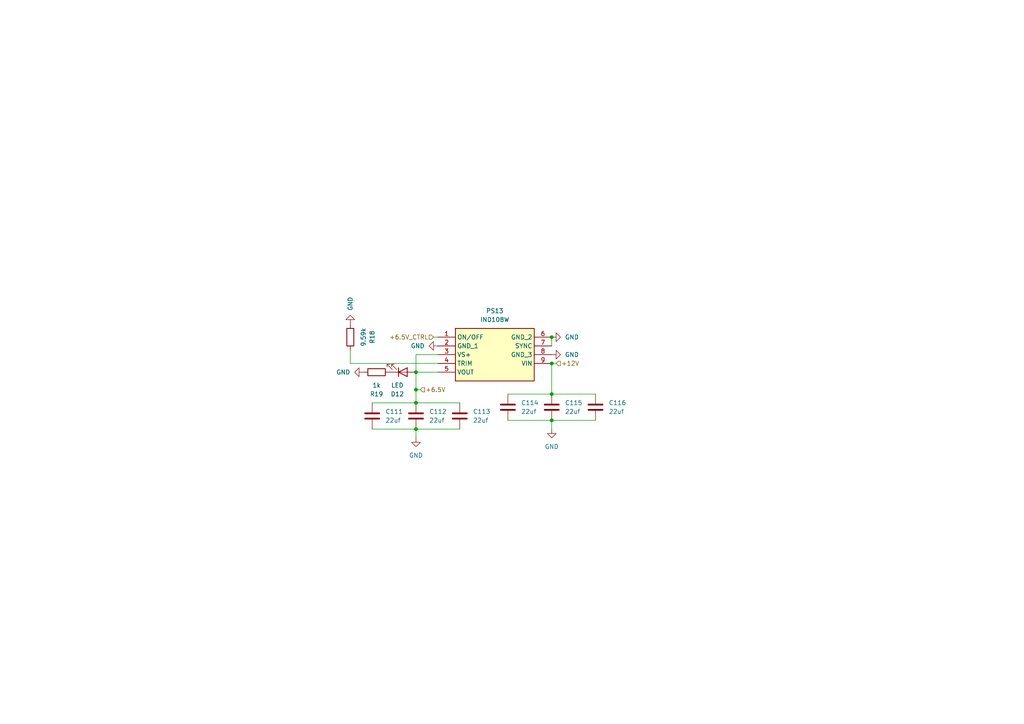
<source format=kicad_sch>
(kicad_sch
	(version 20231120)
	(generator "eeschema")
	(generator_version "8.0")
	(uuid "e2724bbf-1f44-4ad9-8abd-d10f26d74f63")
	(paper "A4")
	(lib_symbols
		(symbol "BCRL_power_supply:IND108W"
			(exclude_from_sim no)
			(in_bom yes)
			(on_board yes)
			(property "Reference" "PS"
				(at 29.21 7.62 0)
				(effects
					(font
						(size 1.27 1.27)
					)
					(justify left top)
				)
			)
			(property "Value" "IND108W"
				(at 29.21 5.08 0)
				(effects
					(font
						(size 1.27 1.27)
					)
					(justify left top)
				)
			)
			(property "Footprint" "IND108W"
				(at 29.21 -94.92 0)
				(effects
					(font
						(size 1.27 1.27)
					)
					(justify left top)
					(hide yes)
				)
			)
			(property "Datasheet" "https://www.omnionpower.com/assets/pdfs/windchill/data-sheet/ind108w_ds.pdf?nocache=1710831926"
				(at 29.21 -194.92 0)
				(effects
					(font
						(size 1.27 1.27)
					)
					(justify left top)
					(hide yes)
				)
			)
			(property "Description" "Non-Isolated DC/DC Converters 12Vin 3-9V 108W 12A Neg Log SMT 33 mm x 13.46 mm x 10 mm"
				(at 0 0 0)
				(effects
					(font
						(size 1.27 1.27)
					)
					(hide yes)
				)
			)
			(property "Height" "10"
				(at 29.21 -394.92 0)
				(effects
					(font
						(size 1.27 1.27)
					)
					(justify left top)
					(hide yes)
				)
			)
			(property "Manufacturer_Name" "OmniOn Power"
				(at 29.21 -494.92 0)
				(effects
					(font
						(size 1.27 1.27)
					)
					(justify left top)
					(hide yes)
				)
			)
			(property "Manufacturer_Part_Number" "IND108W"
				(at 29.21 -594.92 0)
				(effects
					(font
						(size 1.27 1.27)
					)
					(justify left top)
					(hide yes)
				)
			)
			(property "Mouser Part Number" ""
				(at 29.21 -694.92 0)
				(effects
					(font
						(size 1.27 1.27)
					)
					(justify left top)
					(hide yes)
				)
			)
			(property "Mouser Price/Stock" ""
				(at 29.21 -794.92 0)
				(effects
					(font
						(size 1.27 1.27)
					)
					(justify left top)
					(hide yes)
				)
			)
			(property "Arrow Part Number" ""
				(at 29.21 -894.92 0)
				(effects
					(font
						(size 1.27 1.27)
					)
					(justify left top)
					(hide yes)
				)
			)
			(property "Arrow Price/Stock" ""
				(at 29.21 -994.92 0)
				(effects
					(font
						(size 1.27 1.27)
					)
					(justify left top)
					(hide yes)
				)
			)
			(symbol "IND108W_1_1"
				(rectangle
					(start 5.08 2.54)
					(end 27.94 -12.7)
					(stroke
						(width 0.254)
						(type default)
					)
					(fill
						(type background)
					)
				)
				(pin passive line
					(at 0 0 0)
					(length 5.08)
					(name "ON/OFF"
						(effects
							(font
								(size 1.27 1.27)
							)
						)
					)
					(number "1"
						(effects
							(font
								(size 1.27 1.27)
							)
						)
					)
				)
				(pin passive line
					(at 0 -2.54 0)
					(length 5.08)
					(name "GND_1"
						(effects
							(font
								(size 1.27 1.27)
							)
						)
					)
					(number "2"
						(effects
							(font
								(size 1.27 1.27)
							)
						)
					)
				)
				(pin passive line
					(at 0 -5.08 0)
					(length 5.08)
					(name "VS+"
						(effects
							(font
								(size 1.27 1.27)
							)
						)
					)
					(number "3"
						(effects
							(font
								(size 1.27 1.27)
							)
						)
					)
				)
				(pin passive line
					(at 0 -7.62 0)
					(length 5.08)
					(name "TRIM"
						(effects
							(font
								(size 1.27 1.27)
							)
						)
					)
					(number "4"
						(effects
							(font
								(size 1.27 1.27)
							)
						)
					)
				)
				(pin passive line
					(at 0 -10.16 0)
					(length 5.08)
					(name "VOUT"
						(effects
							(font
								(size 1.27 1.27)
							)
						)
					)
					(number "5"
						(effects
							(font
								(size 1.27 1.27)
							)
						)
					)
				)
				(pin passive line
					(at 33.02 0 180)
					(length 5.08)
					(name "GND_2"
						(effects
							(font
								(size 1.27 1.27)
							)
						)
					)
					(number "6"
						(effects
							(font
								(size 1.27 1.27)
							)
						)
					)
				)
				(pin passive line
					(at 33.02 -2.54 180)
					(length 5.08)
					(name "SYNC"
						(effects
							(font
								(size 1.27 1.27)
							)
						)
					)
					(number "7"
						(effects
							(font
								(size 1.27 1.27)
							)
						)
					)
				)
				(pin passive line
					(at 33.02 -5.08 180)
					(length 5.08)
					(name "GND_3"
						(effects
							(font
								(size 1.27 1.27)
							)
						)
					)
					(number "8"
						(effects
							(font
								(size 1.27 1.27)
							)
						)
					)
				)
				(pin passive line
					(at 33.02 -7.62 180)
					(length 5.08)
					(name "VIN"
						(effects
							(font
								(size 1.27 1.27)
							)
						)
					)
					(number "9"
						(effects
							(font
								(size 1.27 1.27)
							)
						)
					)
				)
			)
		)
		(symbol "Device:C"
			(pin_numbers hide)
			(pin_names
				(offset 0.254)
			)
			(exclude_from_sim no)
			(in_bom yes)
			(on_board yes)
			(property "Reference" "C"
				(at 0.635 2.54 0)
				(effects
					(font
						(size 1.27 1.27)
					)
					(justify left)
				)
			)
			(property "Value" "C"
				(at 0.635 -2.54 0)
				(effects
					(font
						(size 1.27 1.27)
					)
					(justify left)
				)
			)
			(property "Footprint" ""
				(at 0.9652 -3.81 0)
				(effects
					(font
						(size 1.27 1.27)
					)
					(hide yes)
				)
			)
			(property "Datasheet" "~"
				(at 0 0 0)
				(effects
					(font
						(size 1.27 1.27)
					)
					(hide yes)
				)
			)
			(property "Description" "Unpolarized capacitor"
				(at 0 0 0)
				(effects
					(font
						(size 1.27 1.27)
					)
					(hide yes)
				)
			)
			(property "ki_keywords" "cap capacitor"
				(at 0 0 0)
				(effects
					(font
						(size 1.27 1.27)
					)
					(hide yes)
				)
			)
			(property "ki_fp_filters" "C_*"
				(at 0 0 0)
				(effects
					(font
						(size 1.27 1.27)
					)
					(hide yes)
				)
			)
			(symbol "C_0_1"
				(polyline
					(pts
						(xy -2.032 -0.762) (xy 2.032 -0.762)
					)
					(stroke
						(width 0.508)
						(type default)
					)
					(fill
						(type none)
					)
				)
				(polyline
					(pts
						(xy -2.032 0.762) (xy 2.032 0.762)
					)
					(stroke
						(width 0.508)
						(type default)
					)
					(fill
						(type none)
					)
				)
			)
			(symbol "C_1_1"
				(pin passive line
					(at 0 3.81 270)
					(length 2.794)
					(name "~"
						(effects
							(font
								(size 1.27 1.27)
							)
						)
					)
					(number "1"
						(effects
							(font
								(size 1.27 1.27)
							)
						)
					)
				)
				(pin passive line
					(at 0 -3.81 90)
					(length 2.794)
					(name "~"
						(effects
							(font
								(size 1.27 1.27)
							)
						)
					)
					(number "2"
						(effects
							(font
								(size 1.27 1.27)
							)
						)
					)
				)
			)
		)
		(symbol "Device:LED"
			(pin_numbers hide)
			(pin_names
				(offset 1.016) hide)
			(exclude_from_sim no)
			(in_bom yes)
			(on_board yes)
			(property "Reference" "D"
				(at 0 2.54 0)
				(effects
					(font
						(size 1.27 1.27)
					)
				)
			)
			(property "Value" "LED"
				(at 0 -2.54 0)
				(effects
					(font
						(size 1.27 1.27)
					)
				)
			)
			(property "Footprint" ""
				(at 0 0 0)
				(effects
					(font
						(size 1.27 1.27)
					)
					(hide yes)
				)
			)
			(property "Datasheet" "~"
				(at 0 0 0)
				(effects
					(font
						(size 1.27 1.27)
					)
					(hide yes)
				)
			)
			(property "Description" "Light emitting diode"
				(at 0 0 0)
				(effects
					(font
						(size 1.27 1.27)
					)
					(hide yes)
				)
			)
			(property "ki_keywords" "LED diode"
				(at 0 0 0)
				(effects
					(font
						(size 1.27 1.27)
					)
					(hide yes)
				)
			)
			(property "ki_fp_filters" "LED* LED_SMD:* LED_THT:*"
				(at 0 0 0)
				(effects
					(font
						(size 1.27 1.27)
					)
					(hide yes)
				)
			)
			(symbol "LED_0_1"
				(polyline
					(pts
						(xy -1.27 -1.27) (xy -1.27 1.27)
					)
					(stroke
						(width 0.254)
						(type default)
					)
					(fill
						(type none)
					)
				)
				(polyline
					(pts
						(xy -1.27 0) (xy 1.27 0)
					)
					(stroke
						(width 0)
						(type default)
					)
					(fill
						(type none)
					)
				)
				(polyline
					(pts
						(xy 1.27 -1.27) (xy 1.27 1.27) (xy -1.27 0) (xy 1.27 -1.27)
					)
					(stroke
						(width 0.254)
						(type default)
					)
					(fill
						(type none)
					)
				)
				(polyline
					(pts
						(xy -3.048 -0.762) (xy -4.572 -2.286) (xy -3.81 -2.286) (xy -4.572 -2.286) (xy -4.572 -1.524)
					)
					(stroke
						(width 0)
						(type default)
					)
					(fill
						(type none)
					)
				)
				(polyline
					(pts
						(xy -1.778 -0.762) (xy -3.302 -2.286) (xy -2.54 -2.286) (xy -3.302 -2.286) (xy -3.302 -1.524)
					)
					(stroke
						(width 0)
						(type default)
					)
					(fill
						(type none)
					)
				)
			)
			(symbol "LED_1_1"
				(pin passive line
					(at -3.81 0 0)
					(length 2.54)
					(name "K"
						(effects
							(font
								(size 1.27 1.27)
							)
						)
					)
					(number "1"
						(effects
							(font
								(size 1.27 1.27)
							)
						)
					)
				)
				(pin passive line
					(at 3.81 0 180)
					(length 2.54)
					(name "A"
						(effects
							(font
								(size 1.27 1.27)
							)
						)
					)
					(number "2"
						(effects
							(font
								(size 1.27 1.27)
							)
						)
					)
				)
			)
		)
		(symbol "Device:R"
			(pin_numbers hide)
			(pin_names
				(offset 0)
			)
			(exclude_from_sim no)
			(in_bom yes)
			(on_board yes)
			(property "Reference" "R"
				(at 2.032 0 90)
				(effects
					(font
						(size 1.27 1.27)
					)
				)
			)
			(property "Value" "R"
				(at 0 0 90)
				(effects
					(font
						(size 1.27 1.27)
					)
				)
			)
			(property "Footprint" ""
				(at -1.778 0 90)
				(effects
					(font
						(size 1.27 1.27)
					)
					(hide yes)
				)
			)
			(property "Datasheet" "~"
				(at 0 0 0)
				(effects
					(font
						(size 1.27 1.27)
					)
					(hide yes)
				)
			)
			(property "Description" "Resistor"
				(at 0 0 0)
				(effects
					(font
						(size 1.27 1.27)
					)
					(hide yes)
				)
			)
			(property "ki_keywords" "R res resistor"
				(at 0 0 0)
				(effects
					(font
						(size 1.27 1.27)
					)
					(hide yes)
				)
			)
			(property "ki_fp_filters" "R_*"
				(at 0 0 0)
				(effects
					(font
						(size 1.27 1.27)
					)
					(hide yes)
				)
			)
			(symbol "R_0_1"
				(rectangle
					(start -1.016 -2.54)
					(end 1.016 2.54)
					(stroke
						(width 0.254)
						(type default)
					)
					(fill
						(type none)
					)
				)
			)
			(symbol "R_1_1"
				(pin passive line
					(at 0 3.81 270)
					(length 1.27)
					(name "~"
						(effects
							(font
								(size 1.27 1.27)
							)
						)
					)
					(number "1"
						(effects
							(font
								(size 1.27 1.27)
							)
						)
					)
				)
				(pin passive line
					(at 0 -3.81 90)
					(length 1.27)
					(name "~"
						(effects
							(font
								(size 1.27 1.27)
							)
						)
					)
					(number "2"
						(effects
							(font
								(size 1.27 1.27)
							)
						)
					)
				)
			)
		)
		(symbol "power:GND"
			(power)
			(pin_names
				(offset 0)
			)
			(exclude_from_sim no)
			(in_bom yes)
			(on_board yes)
			(property "Reference" "#PWR"
				(at 0 -6.35 0)
				(effects
					(font
						(size 1.27 1.27)
					)
					(hide yes)
				)
			)
			(property "Value" "GND"
				(at 0 -3.81 0)
				(effects
					(font
						(size 1.27 1.27)
					)
				)
			)
			(property "Footprint" ""
				(at 0 0 0)
				(effects
					(font
						(size 1.27 1.27)
					)
					(hide yes)
				)
			)
			(property "Datasheet" ""
				(at 0 0 0)
				(effects
					(font
						(size 1.27 1.27)
					)
					(hide yes)
				)
			)
			(property "Description" "Power symbol creates a global label with name \"GND\" , ground"
				(at 0 0 0)
				(effects
					(font
						(size 1.27 1.27)
					)
					(hide yes)
				)
			)
			(property "ki_keywords" "global power"
				(at 0 0 0)
				(effects
					(font
						(size 1.27 1.27)
					)
					(hide yes)
				)
			)
			(symbol "GND_0_1"
				(polyline
					(pts
						(xy 0 0) (xy 0 -1.27) (xy 1.27 -1.27) (xy 0 -2.54) (xy -1.27 -1.27) (xy 0 -1.27)
					)
					(stroke
						(width 0)
						(type default)
					)
					(fill
						(type none)
					)
				)
			)
			(symbol "GND_1_1"
				(pin power_in line
					(at 0 0 270)
					(length 0) hide
					(name "GND"
						(effects
							(font
								(size 1.27 1.27)
							)
						)
					)
					(number "1"
						(effects
							(font
								(size 1.27 1.27)
							)
						)
					)
				)
			)
		)
	)
	(junction
		(at 120.65 113.03)
		(diameter 0)
		(color 0 0 0 0)
		(uuid "01d44e44-aee9-4b64-91bf-e7ea647c801e")
	)
	(junction
		(at 160.02 121.92)
		(diameter 0)
		(color 0 0 0 0)
		(uuid "30537642-a545-47a9-b1ea-c0e2377d3d58")
	)
	(junction
		(at 120.65 116.84)
		(diameter 0)
		(color 0 0 0 0)
		(uuid "3f966b60-f754-4c73-8e83-773bc8ceb841")
	)
	(junction
		(at 120.65 124.46)
		(diameter 0)
		(color 0 0 0 0)
		(uuid "44909afb-afa1-42ba-ae54-8c524dad1564")
	)
	(junction
		(at 160.02 97.79)
		(diameter 0)
		(color 0 0 0 0)
		(uuid "6dbac6ac-0e4c-4fd1-95ea-a068efdc7084")
	)
	(junction
		(at 120.65 107.95)
		(diameter 0)
		(color 0 0 0 0)
		(uuid "8a6866aa-35c2-4b1e-b68c-a7596440f0cb")
	)
	(junction
		(at 160.02 114.3)
		(diameter 0)
		(color 0 0 0 0)
		(uuid "b6b15c67-15c1-43e7-9837-9b6eee11b472")
	)
	(junction
		(at 160.02 105.41)
		(diameter 0)
		(color 0 0 0 0)
		(uuid "e6adc9ca-fb0c-4570-81df-93861eac25e0")
	)
	(wire
		(pts
			(xy 101.6 105.41) (xy 127 105.41)
		)
		(stroke
			(width 0)
			(type default)
		)
		(uuid "0510ff96-8d5e-498b-8f78-afc774c5046d")
	)
	(wire
		(pts
			(xy 120.65 124.46) (xy 133.35 124.46)
		)
		(stroke
			(width 0)
			(type default)
		)
		(uuid "0fd2bec1-1a4d-423a-a459-147687447b65")
	)
	(wire
		(pts
			(xy 125.73 97.79) (xy 127 97.79)
		)
		(stroke
			(width 0)
			(type default)
		)
		(uuid "1d03bfa5-0fe6-4304-81ee-916c0b7a3e1c")
	)
	(wire
		(pts
			(xy 147.32 121.92) (xy 160.02 121.92)
		)
		(stroke
			(width 0)
			(type default)
		)
		(uuid "2651e56c-e55d-44a5-b299-54e1e16dd42b")
	)
	(wire
		(pts
			(xy 101.6 101.6) (xy 101.6 105.41)
		)
		(stroke
			(width 0)
			(type default)
		)
		(uuid "276ed8ef-1774-4576-af33-b2ae1dfc1c75")
	)
	(wire
		(pts
			(xy 160.02 97.79) (xy 160.02 100.33)
		)
		(stroke
			(width 0)
			(type default)
		)
		(uuid "3b88f1f0-49a1-48ff-a905-d42d6b77394a")
	)
	(wire
		(pts
			(xy 160.02 121.92) (xy 160.02 124.46)
		)
		(stroke
			(width 0)
			(type default)
		)
		(uuid "3d0ba10d-886e-4d63-bd86-20f5ecd087bb")
	)
	(wire
		(pts
			(xy 127 102.87) (xy 120.65 102.87)
		)
		(stroke
			(width 0)
			(type default)
		)
		(uuid "42a9172e-b5ab-4ecb-b330-546b904be18d")
	)
	(wire
		(pts
			(xy 107.95 124.46) (xy 120.65 124.46)
		)
		(stroke
			(width 0)
			(type default)
		)
		(uuid "5def49be-c368-4dfa-b365-5b082e6f3f04")
	)
	(wire
		(pts
			(xy 120.65 124.46) (xy 120.65 127)
		)
		(stroke
			(width 0)
			(type default)
		)
		(uuid "641c8263-b6b8-41d0-9af0-d6c636510d3d")
	)
	(wire
		(pts
			(xy 121.92 113.03) (xy 120.65 113.03)
		)
		(stroke
			(width 0)
			(type default)
		)
		(uuid "704b4677-7a06-47d0-a6c3-df49b33930ff")
	)
	(wire
		(pts
			(xy 160.02 105.41) (xy 160.02 114.3)
		)
		(stroke
			(width 0)
			(type default)
		)
		(uuid "8f01ad2e-abb8-4b8c-95eb-b9e35b9e12a5")
	)
	(wire
		(pts
			(xy 160.02 105.41) (xy 161.29 105.41)
		)
		(stroke
			(width 0)
			(type default)
		)
		(uuid "9772060e-8082-4556-9e05-3e277d6bcd65")
	)
	(wire
		(pts
			(xy 120.65 102.87) (xy 120.65 107.95)
		)
		(stroke
			(width 0)
			(type default)
		)
		(uuid "9d700fb8-5ea9-41fc-a8aa-8bbf16442ded")
	)
	(wire
		(pts
			(xy 147.32 114.3) (xy 160.02 114.3)
		)
		(stroke
			(width 0)
			(type default)
		)
		(uuid "acd68b4a-6bec-4ade-9803-a06fd729f9d0")
	)
	(wire
		(pts
			(xy 120.65 107.95) (xy 127 107.95)
		)
		(stroke
			(width 0)
			(type default)
		)
		(uuid "affa3fe5-d46c-4728-956f-0f1542a53c5c")
	)
	(wire
		(pts
			(xy 120.65 107.95) (xy 120.65 113.03)
		)
		(stroke
			(width 0)
			(type default)
		)
		(uuid "bb7a77c0-3da5-480c-ab55-041354e716fe")
	)
	(wire
		(pts
			(xy 120.65 116.84) (xy 133.35 116.84)
		)
		(stroke
			(width 0)
			(type default)
		)
		(uuid "c5fab338-6a00-472b-b729-d33962a2b762")
	)
	(wire
		(pts
			(xy 107.95 116.84) (xy 120.65 116.84)
		)
		(stroke
			(width 0)
			(type default)
		)
		(uuid "ca2ae9e1-ce4f-4c00-adbe-06784559f01d")
	)
	(wire
		(pts
			(xy 120.65 113.03) (xy 120.65 116.84)
		)
		(stroke
			(width 0)
			(type default)
		)
		(uuid "d0aa275e-e53b-4878-a96a-1d5122299240")
	)
	(wire
		(pts
			(xy 160.02 114.3) (xy 172.72 114.3)
		)
		(stroke
			(width 0)
			(type default)
		)
		(uuid "ef92ea48-5356-4c18-8b8d-0e22a90330c9")
	)
	(wire
		(pts
			(xy 160.02 121.92) (xy 172.72 121.92)
		)
		(stroke
			(width 0)
			(type default)
		)
		(uuid "fdb51ba9-43a2-47e9-88bf-ffd5511174d6")
	)
	(hierarchical_label "+12V"
		(shape input)
		(at 161.29 105.41 0)
		(fields_autoplaced yes)
		(effects
			(font
				(size 1.27 1.27)
			)
			(justify left)
		)
		(uuid "1383f07a-1ffe-45ab-96d8-d221898da154")
	)
	(hierarchical_label "+6.5V_CTRL"
		(shape input)
		(at 125.73 97.79 180)
		(fields_autoplaced yes)
		(effects
			(font
				(size 1.27 1.27)
			)
			(justify right)
		)
		(uuid "8bfc1ee1-9ac5-425b-bf67-3f2ac6bb7f03")
	)
	(hierarchical_label "+6.5V"
		(shape input)
		(at 121.92 113.03 0)
		(fields_autoplaced yes)
		(effects
			(font
				(size 1.27 1.27)
			)
			(justify left)
		)
		(uuid "bc882994-b9a0-41a0-b991-b90144756305")
	)
	(symbol
		(lib_id "Device:R")
		(at 109.22 107.95 90)
		(mirror x)
		(unit 1)
		(exclude_from_sim no)
		(in_bom yes)
		(on_board yes)
		(dnp no)
		(fields_autoplaced yes)
		(uuid "0bc64275-12e0-434e-bec7-5564873f9f20")
		(property "Reference" "R19"
			(at 109.22 114.3 90)
			(effects
				(font
					(size 1.27 1.27)
				)
			)
		)
		(property "Value" "1k"
			(at 109.22 111.76 90)
			(effects
				(font
					(size 1.27 1.27)
				)
			)
		)
		(property "Footprint" "Resistor_SMD:R_0603_1608Metric"
			(at 109.22 106.172 90)
			(effects
				(font
					(size 1.27 1.27)
				)
				(hide yes)
			)
		)
		(property "Datasheet" "~"
			(at 109.22 107.95 0)
			(effects
				(font
					(size 1.27 1.27)
				)
				(hide yes)
			)
		)
		(property "Description" ""
			(at 109.22 107.95 0)
			(effects
				(font
					(size 1.27 1.27)
				)
				(hide yes)
			)
		)
		(property "LCSC" ""
			(at 109.22 107.95 0)
			(effects
				(font
					(size 1.27 1.27)
				)
				(hide yes)
			)
		)
		(pin "1"
			(uuid "44fda22f-f122-41cc-9154-11d9e2f64bf9")
		)
		(pin "2"
			(uuid "80ff1373-f13c-4b4e-943d-d129541dfb80")
		)
		(instances
			(project "bcrl_power_supply"
				(path "/77f0f57c-9586-4625-9281-fa8cbd8015db/8821cb9d-826b-46ea-a4b0-096cc3dd800f/8704bac1-3efc-40b3-933f-40dce0a764d4"
					(reference "R19")
					(unit 1)
				)
			)
		)
	)
	(symbol
		(lib_id "Device:C")
		(at 147.32 118.11 0)
		(unit 1)
		(exclude_from_sim no)
		(in_bom yes)
		(on_board yes)
		(dnp no)
		(fields_autoplaced yes)
		(uuid "0e27263a-ff58-49f5-b37f-4433e1d0bbab")
		(property "Reference" "C114"
			(at 151.13 116.8399 0)
			(effects
				(font
					(size 1.27 1.27)
				)
				(justify left)
			)
		)
		(property "Value" "22uf"
			(at 151.13 119.3799 0)
			(effects
				(font
					(size 1.27 1.27)
				)
				(justify left)
			)
		)
		(property "Footprint" "Capacitor_SMD:C_0603_1608Metric"
			(at 148.2852 121.92 0)
			(effects
				(font
					(size 1.27 1.27)
				)
				(hide yes)
			)
		)
		(property "Datasheet" "~"
			(at 147.32 118.11 0)
			(effects
				(font
					(size 1.27 1.27)
				)
				(hide yes)
			)
		)
		(property "Description" ""
			(at 147.32 118.11 0)
			(effects
				(font
					(size 1.27 1.27)
				)
				(hide yes)
			)
		)
		(property "LCSC" ""
			(at 147.32 118.11 0)
			(effects
				(font
					(size 1.27 1.27)
				)
				(hide yes)
			)
		)
		(pin "1"
			(uuid "1688d1f2-9713-42b7-bd77-60fd04d5bfa8")
		)
		(pin "2"
			(uuid "67004d4b-d7d9-400d-a63b-618a57349867")
		)
		(instances
			(project "bcrl_power_supply"
				(path "/77f0f57c-9586-4625-9281-fa8cbd8015db/8821cb9d-826b-46ea-a4b0-096cc3dd800f/8704bac1-3efc-40b3-933f-40dce0a764d4"
					(reference "C114")
					(unit 1)
				)
			)
		)
	)
	(symbol
		(lib_id "BCRL_power_supply:IND108W")
		(at 127 97.79 0)
		(unit 1)
		(exclude_from_sim no)
		(in_bom yes)
		(on_board yes)
		(dnp no)
		(fields_autoplaced yes)
		(uuid "22dd7e3a-d5db-4d0b-a467-77bfd821a342")
		(property "Reference" "PS13"
			(at 143.51 90.17 0)
			(effects
				(font
					(size 1.27 1.27)
				)
			)
		)
		(property "Value" "IND108W"
			(at 143.51 92.71 0)
			(effects
				(font
					(size 1.27 1.27)
				)
			)
		)
		(property "Footprint" "IND108W"
			(at 156.21 192.71 0)
			(effects
				(font
					(size 1.27 1.27)
				)
				(justify left top)
				(hide yes)
			)
		)
		(property "Datasheet" "https://www.omnionpower.com/assets/pdfs/windchill/data-sheet/ind108w_ds.pdf?nocache=1710831926"
			(at 156.21 292.71 0)
			(effects
				(font
					(size 1.27 1.27)
				)
				(justify left top)
				(hide yes)
			)
		)
		(property "Description" "Non-Isolated DC/DC Converters 12Vin 3-9V 108W 12A Neg Log SMT 33 mm x 13.46 mm x 10 mm"
			(at 127 97.79 0)
			(effects
				(font
					(size 1.27 1.27)
				)
				(hide yes)
			)
		)
		(property "Height" "10"
			(at 156.21 492.71 0)
			(effects
				(font
					(size 1.27 1.27)
				)
				(justify left top)
				(hide yes)
			)
		)
		(property "Manufacturer_Name" "OmniOn Power"
			(at 156.21 592.71 0)
			(effects
				(font
					(size 1.27 1.27)
				)
				(justify left top)
				(hide yes)
			)
		)
		(property "Manufacturer_Part_Number" "IND108W"
			(at 156.21 692.71 0)
			(effects
				(font
					(size 1.27 1.27)
				)
				(justify left top)
				(hide yes)
			)
		)
		(property "Mouser Part Number" ""
			(at 156.21 792.71 0)
			(effects
				(font
					(size 1.27 1.27)
				)
				(justify left top)
				(hide yes)
			)
		)
		(property "Mouser Price/Stock" ""
			(at 156.21 892.71 0)
			(effects
				(font
					(size 1.27 1.27)
				)
				(justify left top)
				(hide yes)
			)
		)
		(property "Arrow Part Number" ""
			(at 156.21 992.71 0)
			(effects
				(font
					(size 1.27 1.27)
				)
				(justify left top)
				(hide yes)
			)
		)
		(property "Arrow Price/Stock" ""
			(at 156.21 1092.71 0)
			(effects
				(font
					(size 1.27 1.27)
				)
				(justify left top)
				(hide yes)
			)
		)
		(pin "5"
			(uuid "9229c13e-89d2-42a2-bd3b-a90bfae19f77")
		)
		(pin "3"
			(uuid "b33014d2-41be-40d4-bb78-a9eb707fc89f")
		)
		(pin "8"
			(uuid "7bfa81ff-94f0-4921-bf51-ebdabcb7d23d")
		)
		(pin "2"
			(uuid "1b2cb6a1-dfc8-4dcd-b189-4d1f52916155")
		)
		(pin "7"
			(uuid "ffc274fa-e548-4ba2-8912-0183c044e7eb")
		)
		(pin "6"
			(uuid "4ba78d11-da7d-4cec-961e-62c4344ced06")
		)
		(pin "4"
			(uuid "d62c0d30-f52f-4689-a967-e7edbcbc7ca5")
		)
		(pin "9"
			(uuid "a1949c21-cd05-40c3-8c59-3e6fc3862e88")
		)
		(pin "1"
			(uuid "d4687373-bab3-4d8b-9516-4fb9c8bb5559")
		)
		(instances
			(project "bcrl_power_supply"
				(path "/77f0f57c-9586-4625-9281-fa8cbd8015db/8821cb9d-826b-46ea-a4b0-096cc3dd800f/8704bac1-3efc-40b3-933f-40dce0a764d4"
					(reference "PS13")
					(unit 1)
				)
			)
		)
	)
	(symbol
		(lib_id "power:GND")
		(at 120.65 127 0)
		(mirror y)
		(unit 1)
		(exclude_from_sim no)
		(in_bom yes)
		(on_board yes)
		(dnp no)
		(fields_autoplaced yes)
		(uuid "3c2aaa8d-de41-4110-8927-2b9dcc5476b0")
		(property "Reference" "#PWR0180"
			(at 120.65 133.35 0)
			(effects
				(font
					(size 1.27 1.27)
				)
				(hide yes)
			)
		)
		(property "Value" "GND"
			(at 120.65 132.08 0)
			(effects
				(font
					(size 1.27 1.27)
				)
			)
		)
		(property "Footprint" ""
			(at 120.65 127 0)
			(effects
				(font
					(size 1.27 1.27)
				)
				(hide yes)
			)
		)
		(property "Datasheet" ""
			(at 120.65 127 0)
			(effects
				(font
					(size 1.27 1.27)
				)
				(hide yes)
			)
		)
		(property "Description" ""
			(at 120.65 127 0)
			(effects
				(font
					(size 1.27 1.27)
				)
				(hide yes)
			)
		)
		(pin "1"
			(uuid "552fa8ba-6a6c-437a-806e-23f5424d1b17")
		)
		(instances
			(project "bcrl_power_supply"
				(path "/77f0f57c-9586-4625-9281-fa8cbd8015db/8821cb9d-826b-46ea-a4b0-096cc3dd800f/8704bac1-3efc-40b3-933f-40dce0a764d4"
					(reference "#PWR0180")
					(unit 1)
				)
			)
		)
	)
	(symbol
		(lib_id "power:GND")
		(at 160.02 97.79 90)
		(mirror x)
		(unit 1)
		(exclude_from_sim no)
		(in_bom yes)
		(on_board yes)
		(dnp no)
		(fields_autoplaced yes)
		(uuid "5644a750-c7ca-465b-8e46-f4051b69675f")
		(property "Reference" "#PWR0187"
			(at 166.37 97.79 0)
			(effects
				(font
					(size 1.27 1.27)
				)
				(hide yes)
			)
		)
		(property "Value" "GND"
			(at 163.83 97.7899 90)
			(effects
				(font
					(size 1.27 1.27)
				)
				(justify right)
			)
		)
		(property "Footprint" ""
			(at 160.02 97.79 0)
			(effects
				(font
					(size 1.27 1.27)
				)
				(hide yes)
			)
		)
		(property "Datasheet" ""
			(at 160.02 97.79 0)
			(effects
				(font
					(size 1.27 1.27)
				)
				(hide yes)
			)
		)
		(property "Description" ""
			(at 160.02 97.79 0)
			(effects
				(font
					(size 1.27 1.27)
				)
				(hide yes)
			)
		)
		(pin "1"
			(uuid "d70467b6-c101-4286-bb0e-ce74d55d7046")
		)
		(instances
			(project "bcrl_power_supply"
				(path "/77f0f57c-9586-4625-9281-fa8cbd8015db/8821cb9d-826b-46ea-a4b0-096cc3dd800f/8704bac1-3efc-40b3-933f-40dce0a764d4"
					(reference "#PWR0187")
					(unit 1)
				)
			)
		)
	)
	(symbol
		(lib_id "power:GND")
		(at 101.6 93.98 0)
		(mirror x)
		(unit 1)
		(exclude_from_sim no)
		(in_bom yes)
		(on_board yes)
		(dnp no)
		(fields_autoplaced yes)
		(uuid "5a381b2d-c263-4ea5-8858-05debe333d6a")
		(property "Reference" "#PWR0178"
			(at 101.6 87.63 0)
			(effects
				(font
					(size 1.27 1.27)
				)
				(hide yes)
			)
		)
		(property "Value" "GND"
			(at 101.6001 90.17 90)
			(effects
				(font
					(size 1.27 1.27)
				)
				(justify right)
			)
		)
		(property "Footprint" ""
			(at 101.6 93.98 0)
			(effects
				(font
					(size 1.27 1.27)
				)
				(hide yes)
			)
		)
		(property "Datasheet" ""
			(at 101.6 93.98 0)
			(effects
				(font
					(size 1.27 1.27)
				)
				(hide yes)
			)
		)
		(property "Description" ""
			(at 101.6 93.98 0)
			(effects
				(font
					(size 1.27 1.27)
				)
				(hide yes)
			)
		)
		(pin "1"
			(uuid "d50a902b-607f-45e3-ba1f-a7fd5187ecaa")
		)
		(instances
			(project "bcrl_power_supply"
				(path "/77f0f57c-9586-4625-9281-fa8cbd8015db/8821cb9d-826b-46ea-a4b0-096cc3dd800f/8704bac1-3efc-40b3-933f-40dce0a764d4"
					(reference "#PWR0178")
					(unit 1)
				)
			)
		)
	)
	(symbol
		(lib_id "Device:C")
		(at 172.72 118.11 0)
		(unit 1)
		(exclude_from_sim no)
		(in_bom yes)
		(on_board yes)
		(dnp no)
		(fields_autoplaced yes)
		(uuid "69f921f3-c144-4d4a-a17d-cdaec3ab1e03")
		(property "Reference" "C116"
			(at 176.53 116.8399 0)
			(effects
				(font
					(size 1.27 1.27)
				)
				(justify left)
			)
		)
		(property "Value" "22uf"
			(at 176.53 119.3799 0)
			(effects
				(font
					(size 1.27 1.27)
				)
				(justify left)
			)
		)
		(property "Footprint" "Capacitor_SMD:C_0603_1608Metric"
			(at 173.6852 121.92 0)
			(effects
				(font
					(size 1.27 1.27)
				)
				(hide yes)
			)
		)
		(property "Datasheet" "~"
			(at 172.72 118.11 0)
			(effects
				(font
					(size 1.27 1.27)
				)
				(hide yes)
			)
		)
		(property "Description" ""
			(at 172.72 118.11 0)
			(effects
				(font
					(size 1.27 1.27)
				)
				(hide yes)
			)
		)
		(property "LCSC" ""
			(at 172.72 118.11 0)
			(effects
				(font
					(size 1.27 1.27)
				)
				(hide yes)
			)
		)
		(pin "1"
			(uuid "a79cb00a-c679-4fb1-a0ec-e7d117f812ed")
		)
		(pin "2"
			(uuid "2b244340-d230-4ef7-ab81-25e87bf79e2e")
		)
		(instances
			(project "bcrl_power_supply"
				(path "/77f0f57c-9586-4625-9281-fa8cbd8015db/8821cb9d-826b-46ea-a4b0-096cc3dd800f/8704bac1-3efc-40b3-933f-40dce0a764d4"
					(reference "C116")
					(unit 1)
				)
			)
		)
	)
	(symbol
		(lib_id "power:GND")
		(at 160.02 124.46 0)
		(mirror y)
		(unit 1)
		(exclude_from_sim no)
		(in_bom yes)
		(on_board yes)
		(dnp no)
		(fields_autoplaced yes)
		(uuid "88620cf8-fc49-46aa-bc2c-f7a13785f34a")
		(property "Reference" "#PWR0189"
			(at 160.02 130.81 0)
			(effects
				(font
					(size 1.27 1.27)
				)
				(hide yes)
			)
		)
		(property "Value" "GND"
			(at 160.02 129.54 0)
			(effects
				(font
					(size 1.27 1.27)
				)
			)
		)
		(property "Footprint" ""
			(at 160.02 124.46 0)
			(effects
				(font
					(size 1.27 1.27)
				)
				(hide yes)
			)
		)
		(property "Datasheet" ""
			(at 160.02 124.46 0)
			(effects
				(font
					(size 1.27 1.27)
				)
				(hide yes)
			)
		)
		(property "Description" ""
			(at 160.02 124.46 0)
			(effects
				(font
					(size 1.27 1.27)
				)
				(hide yes)
			)
		)
		(pin "1"
			(uuid "6d7c67ea-367c-4fbb-bd2a-99112db670a3")
		)
		(instances
			(project "bcrl_power_supply"
				(path "/77f0f57c-9586-4625-9281-fa8cbd8015db/8821cb9d-826b-46ea-a4b0-096cc3dd800f/8704bac1-3efc-40b3-933f-40dce0a764d4"
					(reference "#PWR0189")
					(unit 1)
				)
			)
		)
	)
	(symbol
		(lib_id "Device:C")
		(at 120.65 120.65 0)
		(unit 1)
		(exclude_from_sim no)
		(in_bom yes)
		(on_board yes)
		(dnp no)
		(fields_autoplaced yes)
		(uuid "9b55c27c-0499-467c-999c-5b347d545e2f")
		(property "Reference" "C112"
			(at 124.46 119.3799 0)
			(effects
				(font
					(size 1.27 1.27)
				)
				(justify left)
			)
		)
		(property "Value" "22uf"
			(at 124.46 121.9199 0)
			(effects
				(font
					(size 1.27 1.27)
				)
				(justify left)
			)
		)
		(property "Footprint" "Capacitor_SMD:C_0603_1608Metric"
			(at 121.6152 124.46 0)
			(effects
				(font
					(size 1.27 1.27)
				)
				(hide yes)
			)
		)
		(property "Datasheet" "~"
			(at 120.65 120.65 0)
			(effects
				(font
					(size 1.27 1.27)
				)
				(hide yes)
			)
		)
		(property "Description" ""
			(at 120.65 120.65 0)
			(effects
				(font
					(size 1.27 1.27)
				)
				(hide yes)
			)
		)
		(property "LCSC" ""
			(at 120.65 120.65 0)
			(effects
				(font
					(size 1.27 1.27)
				)
				(hide yes)
			)
		)
		(pin "1"
			(uuid "5837cc8f-ab23-44f5-8955-53e6425906c3")
		)
		(pin "2"
			(uuid "aa301770-faab-44bd-ae5b-c9c3b9804ed3")
		)
		(instances
			(project "bcrl_power_supply"
				(path "/77f0f57c-9586-4625-9281-fa8cbd8015db/8821cb9d-826b-46ea-a4b0-096cc3dd800f/8704bac1-3efc-40b3-933f-40dce0a764d4"
					(reference "C112")
					(unit 1)
				)
			)
		)
	)
	(symbol
		(lib_id "Device:R")
		(at 101.6 97.79 0)
		(mirror x)
		(unit 1)
		(exclude_from_sim no)
		(in_bom yes)
		(on_board yes)
		(dnp no)
		(fields_autoplaced yes)
		(uuid "b0bb2e54-2eb2-4e9d-9d92-460809ab4bed")
		(property "Reference" "R18"
			(at 107.95 97.79 90)
			(effects
				(font
					(size 1.27 1.27)
				)
			)
		)
		(property "Value" "9.59k"
			(at 105.41 97.79 90)
			(effects
				(font
					(size 1.27 1.27)
				)
			)
		)
		(property "Footprint" "Resistor_SMD:R_0603_1608Metric"
			(at 99.822 97.79 90)
			(effects
				(font
					(size 1.27 1.27)
				)
				(hide yes)
			)
		)
		(property "Datasheet" "~"
			(at 101.6 97.79 0)
			(effects
				(font
					(size 1.27 1.27)
				)
				(hide yes)
			)
		)
		(property "Description" ""
			(at 101.6 97.79 0)
			(effects
				(font
					(size 1.27 1.27)
				)
				(hide yes)
			)
		)
		(property "LCSC" ""
			(at 101.6 97.79 0)
			(effects
				(font
					(size 1.27 1.27)
				)
				(hide yes)
			)
		)
		(pin "1"
			(uuid "8bce0efd-f023-46d8-8ef2-cff98892b628")
		)
		(pin "2"
			(uuid "709bf931-882a-423a-8910-e1eb3cf9a2c4")
		)
		(instances
			(project "bcrl_power_supply"
				(path "/77f0f57c-9586-4625-9281-fa8cbd8015db/8821cb9d-826b-46ea-a4b0-096cc3dd800f/8704bac1-3efc-40b3-933f-40dce0a764d4"
					(reference "R18")
					(unit 1)
				)
			)
		)
	)
	(symbol
		(lib_id "Device:C")
		(at 107.95 120.65 0)
		(unit 1)
		(exclude_from_sim no)
		(in_bom yes)
		(on_board yes)
		(dnp no)
		(fields_autoplaced yes)
		(uuid "c6ebfbc4-5cc2-42e3-af10-60376788fb27")
		(property "Reference" "C111"
			(at 111.76 119.3799 0)
			(effects
				(font
					(size 1.27 1.27)
				)
				(justify left)
			)
		)
		(property "Value" "22uf"
			(at 111.76 121.9199 0)
			(effects
				(font
					(size 1.27 1.27)
				)
				(justify left)
			)
		)
		(property "Footprint" "Capacitor_SMD:C_0603_1608Metric"
			(at 108.9152 124.46 0)
			(effects
				(font
					(size 1.27 1.27)
				)
				(hide yes)
			)
		)
		(property "Datasheet" "~"
			(at 107.95 120.65 0)
			(effects
				(font
					(size 1.27 1.27)
				)
				(hide yes)
			)
		)
		(property "Description" ""
			(at 107.95 120.65 0)
			(effects
				(font
					(size 1.27 1.27)
				)
				(hide yes)
			)
		)
		(property "LCSC" ""
			(at 107.95 120.65 0)
			(effects
				(font
					(size 1.27 1.27)
				)
				(hide yes)
			)
		)
		(pin "1"
			(uuid "079721f6-acd9-47ca-9c94-4ee16c2676a2")
		)
		(pin "2"
			(uuid "a6eac08b-3c29-41b8-9e15-bc4df3f9fcaa")
		)
		(instances
			(project "bcrl_power_supply"
				(path "/77f0f57c-9586-4625-9281-fa8cbd8015db/8821cb9d-826b-46ea-a4b0-096cc3dd800f/8704bac1-3efc-40b3-933f-40dce0a764d4"
					(reference "C111")
					(unit 1)
				)
			)
		)
	)
	(symbol
		(lib_id "Device:C")
		(at 160.02 118.11 0)
		(unit 1)
		(exclude_from_sim no)
		(in_bom yes)
		(on_board yes)
		(dnp no)
		(fields_autoplaced yes)
		(uuid "cb728519-ae44-4334-b2a8-4b3989bf88c6")
		(property "Reference" "C115"
			(at 163.83 116.8399 0)
			(effects
				(font
					(size 1.27 1.27)
				)
				(justify left)
			)
		)
		(property "Value" "22uf"
			(at 163.83 119.3799 0)
			(effects
				(font
					(size 1.27 1.27)
				)
				(justify left)
			)
		)
		(property "Footprint" "Capacitor_SMD:C_0603_1608Metric"
			(at 160.9852 121.92 0)
			(effects
				(font
					(size 1.27 1.27)
				)
				(hide yes)
			)
		)
		(property "Datasheet" "~"
			(at 160.02 118.11 0)
			(effects
				(font
					(size 1.27 1.27)
				)
				(hide yes)
			)
		)
		(property "Description" ""
			(at 160.02 118.11 0)
			(effects
				(font
					(size 1.27 1.27)
				)
				(hide yes)
			)
		)
		(property "LCSC" ""
			(at 160.02 118.11 0)
			(effects
				(font
					(size 1.27 1.27)
				)
				(hide yes)
			)
		)
		(pin "1"
			(uuid "ea69d71e-bc45-46d3-aa0c-be176f6e510f")
		)
		(pin "2"
			(uuid "4d98e502-671a-49f0-a31d-51a2fad0adeb")
		)
		(instances
			(project "bcrl_power_supply"
				(path "/77f0f57c-9586-4625-9281-fa8cbd8015db/8821cb9d-826b-46ea-a4b0-096cc3dd800f/8704bac1-3efc-40b3-933f-40dce0a764d4"
					(reference "C115")
					(unit 1)
				)
			)
		)
	)
	(symbol
		(lib_id "power:GND")
		(at 127 100.33 270)
		(mirror x)
		(unit 1)
		(exclude_from_sim no)
		(in_bom yes)
		(on_board yes)
		(dnp no)
		(fields_autoplaced yes)
		(uuid "dc7ab2ef-d003-4270-ab56-75ab01f43ca9")
		(property "Reference" "#PWR0186"
			(at 120.65 100.33 0)
			(effects
				(font
					(size 1.27 1.27)
				)
				(hide yes)
			)
		)
		(property "Value" "GND"
			(at 123.19 100.3299 90)
			(effects
				(font
					(size 1.27 1.27)
				)
				(justify right)
			)
		)
		(property "Footprint" ""
			(at 127 100.33 0)
			(effects
				(font
					(size 1.27 1.27)
				)
				(hide yes)
			)
		)
		(property "Datasheet" ""
			(at 127 100.33 0)
			(effects
				(font
					(size 1.27 1.27)
				)
				(hide yes)
			)
		)
		(property "Description" ""
			(at 127 100.33 0)
			(effects
				(font
					(size 1.27 1.27)
				)
				(hide yes)
			)
		)
		(pin "1"
			(uuid "5ebd1a2c-ef3a-46c5-8481-836fd822a1b2")
		)
		(instances
			(project "bcrl_power_supply"
				(path "/77f0f57c-9586-4625-9281-fa8cbd8015db/8821cb9d-826b-46ea-a4b0-096cc3dd800f/8704bac1-3efc-40b3-933f-40dce0a764d4"
					(reference "#PWR0186")
					(unit 1)
				)
			)
		)
	)
	(symbol
		(lib_id "Device:LED")
		(at 116.84 107.95 0)
		(mirror x)
		(unit 1)
		(exclude_from_sim no)
		(in_bom yes)
		(on_board yes)
		(dnp no)
		(fields_autoplaced yes)
		(uuid "f2b52175-f8d2-4024-b759-5aa0612b3a90")
		(property "Reference" "D12"
			(at 115.2525 114.3 0)
			(effects
				(font
					(size 1.27 1.27)
				)
			)
		)
		(property "Value" "LED"
			(at 115.2525 111.76 0)
			(effects
				(font
					(size 1.27 1.27)
				)
			)
		)
		(property "Footprint" "LED_SMD:LED_0603_1608Metric"
			(at 116.84 107.95 0)
			(effects
				(font
					(size 1.27 1.27)
				)
				(hide yes)
			)
		)
		(property "Datasheet" "~"
			(at 116.84 107.95 0)
			(effects
				(font
					(size 1.27 1.27)
				)
				(hide yes)
			)
		)
		(property "Description" ""
			(at 116.84 107.95 0)
			(effects
				(font
					(size 1.27 1.27)
				)
				(hide yes)
			)
		)
		(property "LCSC" ""
			(at 116.84 107.95 0)
			(effects
				(font
					(size 1.27 1.27)
				)
				(hide yes)
			)
		)
		(pin "2"
			(uuid "7aabf0f9-779d-4bb1-8bf4-b66b21c4bba8")
		)
		(pin "1"
			(uuid "66eec257-146b-4575-be90-3404bae7dbb0")
		)
		(instances
			(project "bcrl_power_supply"
				(path "/77f0f57c-9586-4625-9281-fa8cbd8015db/8821cb9d-826b-46ea-a4b0-096cc3dd800f/8704bac1-3efc-40b3-933f-40dce0a764d4"
					(reference "D12")
					(unit 1)
				)
			)
		)
	)
	(symbol
		(lib_id "power:GND")
		(at 160.02 102.87 90)
		(mirror x)
		(unit 1)
		(exclude_from_sim no)
		(in_bom yes)
		(on_board yes)
		(dnp no)
		(fields_autoplaced yes)
		(uuid "f4ddb395-9f6d-4b50-afa0-03890f5647e8")
		(property "Reference" "#PWR0188"
			(at 166.37 102.87 0)
			(effects
				(font
					(size 1.27 1.27)
				)
				(hide yes)
			)
		)
		(property "Value" "GND"
			(at 163.83 102.8699 90)
			(effects
				(font
					(size 1.27 1.27)
				)
				(justify right)
			)
		)
		(property "Footprint" ""
			(at 160.02 102.87 0)
			(effects
				(font
					(size 1.27 1.27)
				)
				(hide yes)
			)
		)
		(property "Datasheet" ""
			(at 160.02 102.87 0)
			(effects
				(font
					(size 1.27 1.27)
				)
				(hide yes)
			)
		)
		(property "Description" ""
			(at 160.02 102.87 0)
			(effects
				(font
					(size 1.27 1.27)
				)
				(hide yes)
			)
		)
		(pin "1"
			(uuid "30838741-f9bd-460d-8100-121d693520b4")
		)
		(instances
			(project "bcrl_power_supply"
				(path "/77f0f57c-9586-4625-9281-fa8cbd8015db/8821cb9d-826b-46ea-a4b0-096cc3dd800f/8704bac1-3efc-40b3-933f-40dce0a764d4"
					(reference "#PWR0188")
					(unit 1)
				)
			)
		)
	)
	(symbol
		(lib_id "Device:C")
		(at 133.35 120.65 0)
		(unit 1)
		(exclude_from_sim no)
		(in_bom yes)
		(on_board yes)
		(dnp no)
		(fields_autoplaced yes)
		(uuid "f4f9ee7f-8f38-4b3a-b7de-1b2dd38dc53c")
		(property "Reference" "C113"
			(at 137.16 119.3799 0)
			(effects
				(font
					(size 1.27 1.27)
				)
				(justify left)
			)
		)
		(property "Value" "22uf"
			(at 137.16 121.9199 0)
			(effects
				(font
					(size 1.27 1.27)
				)
				(justify left)
			)
		)
		(property "Footprint" "Capacitor_SMD:C_0603_1608Metric"
			(at 134.3152 124.46 0)
			(effects
				(font
					(size 1.27 1.27)
				)
				(hide yes)
			)
		)
		(property "Datasheet" "~"
			(at 133.35 120.65 0)
			(effects
				(font
					(size 1.27 1.27)
				)
				(hide yes)
			)
		)
		(property "Description" ""
			(at 133.35 120.65 0)
			(effects
				(font
					(size 1.27 1.27)
				)
				(hide yes)
			)
		)
		(property "LCSC" ""
			(at 133.35 120.65 0)
			(effects
				(font
					(size 1.27 1.27)
				)
				(hide yes)
			)
		)
		(pin "1"
			(uuid "ace16296-217f-491c-b4d6-d242a3e600d5")
		)
		(pin "2"
			(uuid "84ccbc20-31c3-4c60-8e89-033075d68362")
		)
		(instances
			(project "bcrl_power_supply"
				(path "/77f0f57c-9586-4625-9281-fa8cbd8015db/8821cb9d-826b-46ea-a4b0-096cc3dd800f/8704bac1-3efc-40b3-933f-40dce0a764d4"
					(reference "C113")
					(unit 1)
				)
			)
		)
	)
	(symbol
		(lib_id "power:GND")
		(at 105.41 107.95 270)
		(mirror x)
		(unit 1)
		(exclude_from_sim no)
		(in_bom yes)
		(on_board yes)
		(dnp no)
		(fields_autoplaced yes)
		(uuid "fa3ae47f-7ea1-4b85-8ccc-b770c247ec50")
		(property "Reference" "#PWR0179"
			(at 99.06 107.95 0)
			(effects
				(font
					(size 1.27 1.27)
				)
				(hide yes)
			)
		)
		(property "Value" "GND"
			(at 101.6 107.95 90)
			(effects
				(font
					(size 1.27 1.27)
				)
				(justify right)
			)
		)
		(property "Footprint" ""
			(at 105.41 107.95 0)
			(effects
				(font
					(size 1.27 1.27)
				)
				(hide yes)
			)
		)
		(property "Datasheet" ""
			(at 105.41 107.95 0)
			(effects
				(font
					(size 1.27 1.27)
				)
				(hide yes)
			)
		)
		(property "Description" ""
			(at 105.41 107.95 0)
			(effects
				(font
					(size 1.27 1.27)
				)
				(hide yes)
			)
		)
		(pin "1"
			(uuid "4fa5528f-4ed2-4423-99b0-8c8746214ad1")
		)
		(instances
			(project "bcrl_power_supply"
				(path "/77f0f57c-9586-4625-9281-fa8cbd8015db/8821cb9d-826b-46ea-a4b0-096cc3dd800f/8704bac1-3efc-40b3-933f-40dce0a764d4"
					(reference "#PWR0179")
					(unit 1)
				)
			)
		)
	)
)
</source>
